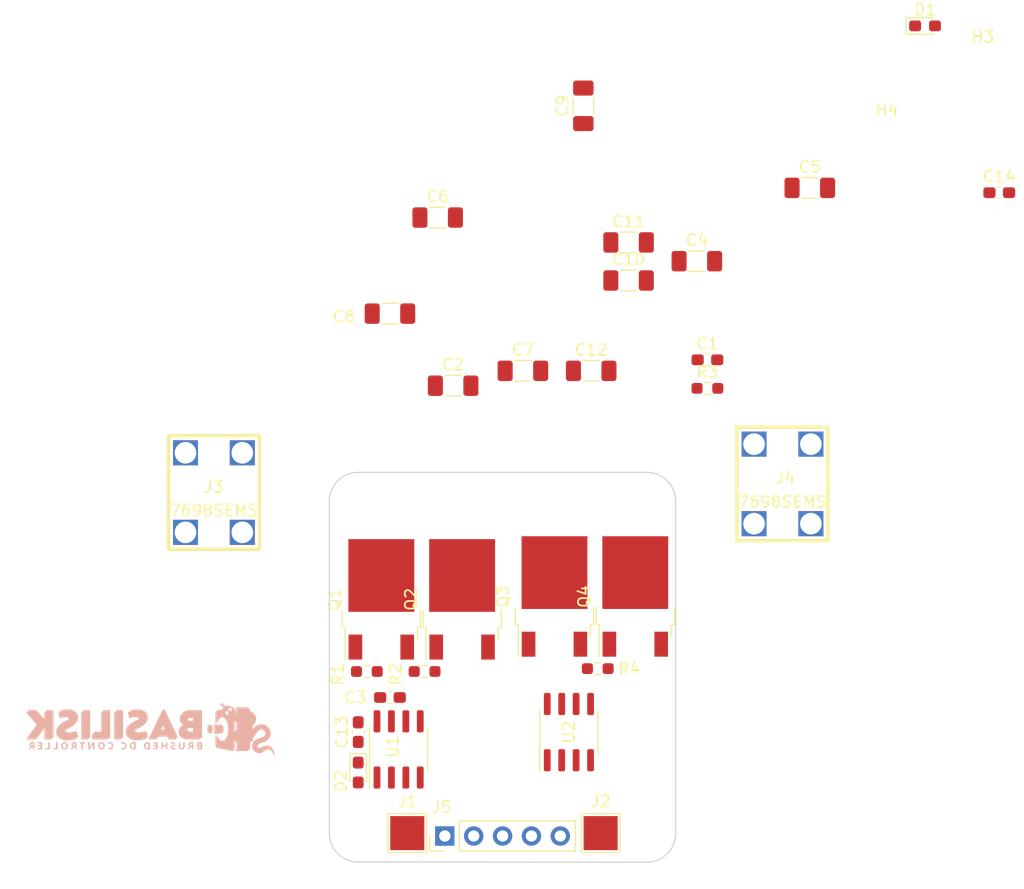
<source format=kicad_pcb>
(kicad_pcb (version 20211014) (generator pcbnew)
  (layers (0 "F.Cu" signal) (1 "In1.Cu" signal) (2 "In2.Cu" signal) (31 "B.Cu" signal) (34 "B.Paste" user) (35 "F.Paste" user) (36 "B.SilkS" user "B.Silkscreen") (37 "F.SilkS" user "F.Silkscreen") (38 "B.Mask" user) (39 "F.Mask" user) (44 "Edge.Cuts" user))
  (net 0 "")
  (net 1 "VBUS")
  (net 2 "GND")
  (net 3 "Net-(C3-Pad1)")
  (net 4 "Net-(C3-Pad2)")
  (net 5 "+5V")
  (net 6 "Net-(C13-Pad1)")
  (net 7 "Net-(C13-Pad2)")
  (net 8 "Net-(Q1-Pad1)")
  (net 9 "Net-(Q2-Pad1)")
  (net 10 "Net-(Q3-Pad1)")
  (net 11 "Net-(Q4-Pad1)")
  (net 12 "Net-(R1-Pad1)")
  (net 13 "Net-(R2-Pad1)")
  (net 14 "Net-(R3-Pad1)")
  (net 15 "Net-(R4-Pad1)")
  (net 16 "PWM_A_HIGH")
  (net 17 "PWM_A_LOW")
  (net 18 "PWM_B_HIGH")
  (net 19 "PWM_B_LOW")
  (footprint "Capacitor_SMD:C_1206_3216Metric_Pad1.33x1.80mm_HandSolder" (layer "F.Cu") (at 164.084 123.444 90)
    (fp_text reference "C9" (at 0 -1.85 90) (layer "F.SilkS"))
    (fp_text value "10uF")
    (pad "1" smd roundrect locked (at -1.5625 0 90) (size 1.325 1.8) (layers "F.Cu" "F.Paste" "F.Mask") (roundrect_rratio 0.188679) (net 1 "VBUS"))
    (pad "2" smd roundrect locked (at 1.5625 0 90) (size 1.325 1.8) (layers "F.Cu" "F.Paste" "F.Mask") (roundrect_rratio 0.188679) (net 2 "GND"))
  )
  (footprint "Package_SO:SOIC-8_3.9x4.9mm_P1.27mm" (layer "F.Cu") (at 147.828 180.086 90)
    (fp_text reference "U1" (at 0.254 -0.508 90) (layer "F.SilkS"))
    (fp_text value "IRS2301S")
    (pad "1" smd roundrect locked (at -2.475 -1.905 90) (size 1.95 0.6) (layers "F.Cu" "F.Paste" "F.Mask") (net 1 "VBUS"))
    (pad "2" smd roundrect locked (at -2.475 -0.635 90) (size 1.95 0.6) (layers "F.Cu" "F.Paste" "F.Mask") (net 16 "PWM_A_HIGH"))
    (pad "3" smd roundrect locked (at -2.475 0.635 90) (size 1.95 0.6) (layers "F.Cu" "F.Paste" "F.Mask") (net 17 "PWM_A_LOW"))
    (pad "4" smd roundrect locked (at -2.475 1.905 90) (size 1.95 0.6) (layers "F.Cu" "F.Paste" "F.Mask") (net 2 "GND"))
    (pad "5" smd roundrect locked (at 2.475 1.905 90) (size 1.95 0.6) (layers "F.Cu" "F.Paste" "F.Mask") (net 13 "Net-(R2-Pad1)"))
    (pad "6" smd roundrect locked (at 2.475 0.635 90) (size 1.95 0.6) (layers "F.Cu" "F.Paste" "F.Mask") (net 4 "Net-(C3-Pad2)"))
    (pad "7" smd roundrect locked (at 2.475 -0.635 90) (size 1.95 0.6) (layers "F.Cu" "F.Paste" "F.Mask") (net 12 "Net-(R1-Pad1)"))
    (pad "8" smd roundrect locked (at 2.475 -1.905 90) (size 1.95 0.6) (layers "F.Cu" "F.Paste" "F.Mask") (net 3 "Net-(C3-Pad1)"))
  )
  (footprint "motor-controller-footprints:7698-SEMS" (layer "F.Cu") (at 179.11 153.218)
    (fp_text reference "J4" (at 2.754 2.992 unlocked) (layer "F.SilkS"))
    (fp_text value "SCREW -")
    (fp_text user "7698SEMS" (at 2.5 5.08 unlocked) (layer "F.SilkS"))
    (pad "1" thru_hole rect (at 0 0) (size 2.2 2.2) (drill 1.9) (layers *.Cu *.Mask) (net 7 "Net-(C13-Pad2)"))
    (pad "1" thru_hole rect (at 5 0) (size 2.2 2.2) (drill 1.9) (layers *.Cu *.Mask) (net 7 "Net-(C13-Pad2)"))
    (pad "1" thru_hole rect (at 5 7) (size 2.2 2.2) (drill 1.9) (layers *.Cu *.Mask) (net 7 "Net-(C13-Pad2)"))
    (pad "1" thru_hole rect (at 0 7) (size 2.2 2.2) (drill 1.9) (layers *.Cu *.Mask) (net 7 "Net-(C13-Pad2)"))
  )
  (footprint "MountingHole:MountingHole_2.1mm" (layer "F.Cu") (at 169.672 187.452)
    (fp_text reference "H2" hide)
    (fp_text value "2mm")
    (pad "" np_thru_hole circle locked (at 0 0) (size 2.1 2.1) (drill 2.1) (layers *.Cu *.Mask))
  )
  (footprint "Capacitor_SMD:C_1206_3216Metric_Pad1.33x1.80mm_HandSolder" (layer "F.Cu") (at 168.066 135.466)
    (fp_text reference "C11" (at 0 -1.85) (layer "F.SilkS"))
    (fp_text value "10uF")
    (pad "1" smd roundrect locked (at -1.5625 0) (size 1.325 1.8) (layers "F.Cu" "F.Paste" "F.Mask") (roundrect_rratio 0.188679) (net 1 "VBUS"))
    (pad "2" smd roundrect locked (at 1.5625 0) (size 1.325 1.8) (layers "F.Cu" "F.Paste" "F.Mask") (roundrect_rratio 0.188679) (net 2 "GND"))
  )
  (footprint "MountingHole:MountingHole_2.1mm" (layer "F.Cu") (at 190.806 127.016)
    (fp_text reference "H4" (at 0 -3.2) (layer "F.SilkS"))
    (fp_text value "2mm")
    (pad "" np_thru_hole circle locked (at 0 0) (size 2.1 2.1) (drill 2.1) (layers *.Cu *.Mask))
  )
  (footprint "Package_TO_SOT_SMD:TO-252-2" (layer "F.Cu") (at 168.656 166.624 90)
    (fp_text reference "Q4" (at 0 -4.5 90) (layer "F.SilkS"))
    (fp_text value "AOD4132")
    (pad "1" smd rect locked (at -4.2 -2.28 90) (size 2.2 1.2) (layers "F.Cu" "F.Paste" "F.Mask") (net 11 "Net-(Q4-Pad1)"))
    (pad "2" smd rect locked (at 2.1 0 90) (size 6.4 5.8) (layers "F.Cu" "F.Mask") (net 7 "Net-(C13-Pad2)"))
    (pad "3" smd rect locked (at -4.2 2.28 90) (size 2.2 1.2) (layers "F.Cu" "F.Paste" "F.Mask") (net 2 "GND"))
  )
  (footprint "TestPoint:TestPoint_Pad_3.0x3.0mm" (layer "F.Cu") (at 148.59 187.452)
    (fp_text reference "J1" (at 0 -2.794) (layer "F.SilkS"))
    (fp_text value "PASSTHROUGH_+")
    (pad "1" smd rect locked (at 0 0) (size 3 3) (layers "F.Cu" "F.Mask") (net 1 "VBUS"))
  )
  (footprint "Capacitor_SMD:C_1206_3216Metric_Pad1.33x1.80mm_HandSolder" (layer "F.Cu") (at 184.016 130.666)
    (fp_text reference "C5" (at 0 -1.85) (layer "F.SilkS"))
    (fp_text value "10uF")
    (pad "1" smd roundrect locked (at -1.5625 0) (size 1.325 1.8) (layers "F.Cu" "F.Paste" "F.Mask") (roundrect_rratio 0.188679) (net 1 "VBUS"))
    (pad "2" smd roundrect locked (at 1.5625 0) (size 1.325 1.8) (layers "F.Cu" "F.Paste" "F.Mask") (roundrect_rratio 0.188679) (net 2 "GND"))
  )
  (footprint "Connector_PinHeader_2.54mm:PinHeader_1x05_P2.54mm_Vertical" (layer "F.Cu") (at 151.897 187.706 90)
    (fp_text reference "J5" (at 2.54 -0.259 180) (layer "F.SilkS"))
    (fp_text value "Conn_01x05")
    (pad "1" thru_hole rect locked (at 0 0 90) (size 1.7 1.7) (drill 1) (layers *.Cu *.Mask) (net 5 "+5V"))
    (pad "2" thru_hole oval locked (at 0 2.54 90) (size 1.7 1.7) (drill 1) (layers *.Cu *.Mask) (net 16 "PWM_A_HIGH"))
    (pad "3" thru_hole oval locked (at 0 5.08 90) (size 1.7 1.7) (drill 1) (layers *.Cu *.Mask) (net 17 "PWM_A_LOW"))
    (pad "4" thru_hole oval locked (at 0 7.62 90) (size 1.7 1.7) (drill 1) (layers *.Cu *.Mask) (net 18 "PWM_B_HIGH"))
    (pad "5" thru_hole oval locked (at 0 10.16 90) (size 1.7 1.7) (drill 1) (layers *.Cu *.Mask) (net 19 "PWM_B_LOW"))
  )
  (footprint "Resistor_SMD:R_0603_1608Metric_Pad0.98x0.95mm_HandSolder" (layer "F.Cu") (at 145.034 173.228 180)
    (fp_text reference "R1" (at 2.54 -0.254 270) (layer "F.SilkS"))
    (fp_text value "4.7")
    (pad "1" smd roundrect locked (at -0.9125 0 180) (size 0.975 0.95) (layers "F.Cu" "F.Paste" "F.Mask") (net 12 "Net-(R1-Pad1)"))
    (pad "2" smd roundrect locked (at 0.9125 0 180) (size 0.975 0.95) (layers "F.Cu" "F.Paste" "F.Mask") (net 8 "Net-(Q1-Pad1)"))
  )
  (footprint "Diode_SMD:D_0603_1608Metric_Pad1.05x0.95mm_HandSolder" (layer "F.Cu") (at 144.272 182.118 -90)
    (fp_text reference "D2" (at 0.762 1.524 90) (layer "F.SilkS"))
    (fp_text value "PMEG3005AESFYL")
    (pad "1" smd roundrect locked (at -0.875 0 270) (size 1.05 0.95) (layers "F.Cu" "F.Paste" "F.Mask") (net 6 "Net-(C13-Pad1)"))
    (pad "2" smd roundrect locked (at 0.875 0 270) (size 1.05 0.95) (layers "F.Cu" "F.Paste" "F.Mask") (net 1 "VBUS"))
  )
  (footprint "Capacitor_SMD:C_1206_3216Metric_Pad1.33x1.80mm_HandSolder" (layer "F.Cu") (at 168.066 138.816)
    (fp_text reference "C10" (at 0 -1.85) (layer "F.SilkS"))
    (fp_text value "10uF")
    (pad "1" smd roundrect locked (at -1.5625 0) (size 1.325 1.8) (layers "F.Cu" "F.Paste" "F.Mask") (roundrect_rratio 0.188679) (net 1 "VBUS"))
    (pad "2" smd roundrect locked (at 1.5625 0) (size 1.325 1.8) (layers "F.Cu" "F.Paste" "F.Mask") (roundrect_rratio 0.188679) (net 2 "GND"))
  )
  (footprint "Capacitor_SMD:C_1206_3216Metric_Pad1.33x1.80mm_HandSolder" (layer "F.Cu") (at 158.766 146.766)
    (fp_text reference "C7" (at 0 -1.85) (layer "F.SilkS"))
    (fp_text value "10uF")
    (pad "1" smd roundrect locked (at -1.5625 0) (size 1.325 1.8) (layers "F.Cu" "F.Paste" "F.Mask") (roundrect_rratio 0.188679) (net 1 "VBUS"))
    (pad "2" smd roundrect locked (at 1.5625 0) (size 1.325 1.8) (layers "F.Cu" "F.Paste" "F.Mask") (roundrect_rratio 0.188679) (net 2 "GND"))
  )
  (footprint "MountingHole:MountingHole_2.1mm" (layer "F.Cu") (at 199.256 120.566)
    (fp_text reference "H3" (at 0 -3.2) (layer "F.SilkS"))
    (fp_text value "2mm")
    (pad "" np_thru_hole circle locked (at 0 0) (size 2.1 2.1) (drill 2.1) (layers *.Cu *.Mask))
  )
  (footprint "Capacitor_SMD:C_1206_3216Metric_Pad1.33x1.80mm_HandSolder" (layer "F.Cu") (at 152.626 148.076)
    (fp_text reference "C2" (at 0 -1.85) (layer "F.SilkS"))
    (fp_text value "10uF")
    (pad "1" smd roundrect locked (at -1.5625 0) (size 1.325 1.8) (layers "F.Cu" "F.Paste" "F.Mask") (roundrect_rratio 0.188679) (net 1 "VBUS"))
    (pad "2" smd roundrect locked (at 1.5625 0) (size 1.325 1.8) (layers "F.Cu" "F.Paste" "F.Mask") (roundrect_rratio 0.188679) (net 2 "GND"))
  )
  (footprint "Capacitor_SMD:C_1206_3216Metric_Pad1.33x1.80mm_HandSolder" (layer "F.Cu") (at 164.776 146.766)
    (fp_text reference "C12" (at 0 -1.85) (layer "F.SilkS"))
    (fp_text value "10uF")
    (pad "1" smd roundrect locked (at -1.5625 0) (size 1.325 1.8) (layers "F.Cu" "F.Paste" "F.Mask") (roundrect_rratio 0.188679) (net 1 "VBUS"))
    (pad "2" smd roundrect locked (at 1.5625 0) (size 1.325 1.8) (layers "F.Cu" "F.Paste" "F.Mask") (roundrect_rratio 0.188679) (net 2 "GND"))
  )
  (footprint "Package_TO_SOT_SMD:TO-252-2" (layer "F.Cu") (at 161.544 166.624 90)
    (fp_text reference "Q3" (at 0 -4.5 90) (layer "F.SilkS"))
    (fp_text value "AOD4132")
    (pad "1" smd rect locked (at -4.2 -2.28 90) (size 2.2 1.2) (layers "F.Cu" "F.Paste" "F.Mask") (net 10 "Net-(Q3-Pad1)"))
    (pad "2" smd rect locked (at 2.1 0 90) (size 6.4 5.8) (layers "F.Cu" "F.Mask") (net 1 "VBUS"))
    (pad "3" smd rect locked (at -4.2 2.28 90) (size 2.2 1.2) (layers "F.Cu" "F.Paste" "F.Mask") (net 7 "Net-(C13-Pad2)"))
  )
  (footprint "Capacitor_SMD:C_0603_1608Metric_Pad1.08x0.95mm_HandSolder" (layer "F.Cu") (at 175.006 145.796)
    (fp_text reference "C1" (at 0 -1.43) (layer "F.SilkS"))
    (fp_text value "0.1uF")
    (pad "1" smd roundrect locked (at -0.8625 0) (size 1.075 0.95) (layers "F.Cu" "F.Paste" "F.Mask") (net 1 "VBUS"))
    (pad "2" smd roundrect locked (at 0.8625 0) (size 1.075 0.95) (layers "F.Cu" "F.Paste" "F.Mask") (net 2 "GND"))
  )
  (footprint "Capacitor_SMD:C_0603_1608Metric_Pad1.08x0.95mm_HandSolder" (layer "F.Cu") (at 147.066 175.514)
    (fp_text reference "C3" (at -3.048 0) (layer "F.SilkS"))
    (fp_text value "0.1uF")
    (pad "1" smd roundrect locked (at -0.8625 0) (size 1.075 0.95) (layers "F.Cu" "F.Paste" "F.Mask") (net 3 "Net-(C3-Pad1)"))
    (pad "2" smd roundrect locked (at 0.8625 0) (size 1.075 0.95) (layers "F.Cu" "F.Paste" "F.Mask") (net 4 "Net-(C3-Pad2)"))
  )
  (footprint "Diode_SMD:D_0603_1608Metric_Pad1.05x0.95mm_HandSolder" (layer "F.Cu") (at 194.156926 116.408749)
    (fp_text reference "D1" (at 0 -1.43) (layer "F.SilkS"))
    (fp_text value "PMEG3005AESFYL")
    (pad "1" smd roundrect locked (at -0.875 0) (size 1.05 0.95) (layers "F.Cu" "F.Paste" "F.Mask") (net 3 "Net-(C3-Pad1)"))
    (pad "2" smd roundrect locked (at 0.875 0) (size 1.05 0.95) (layers "F.Cu" "F.Paste" "F.Mask") (net 1 "VBUS"))
  )
  (footprint "Capacitor_SMD:C_0603_1608Metric_Pad1.08x0.95mm_HandSolder" (layer "F.Cu") (at 200.687788 131.088129)
    (fp_text reference "C14" (at 0 -1.43) (layer "F.SilkS"))
    (fp_text value "0.1uF")
    (pad "1" smd roundrect locked (at -0.8625 0) (size 1.075 0.95) (layers "F.Cu" "F.Paste" "F.Mask") (net 1 "VBUS"))
    (pad "2" smd roundrect locked (at 0.8625 0) (size 1.075 0.95) (layers "F.Cu" "F.Paste" "F.Mask") (net 2 "GND"))
  )
  (footprint "Capacitor_SMD:C_1206_3216Metric_Pad1.33x1.80mm_HandSolder" (layer "F.Cu") (at 147.066 141.732)
    (fp_text reference "C8" (at -4.064 0.254) (layer "F.SilkS"))
    (fp_text value "10uF")
    (pad "1" smd roundrect locked (at -1.5625 0) (size 1.325 1.8) (layers "F.Cu" "F.Paste" "F.Mask") (roundrect_rratio 0.188679) (net 1 "VBUS"))
    (pad "2" smd roundrect locked (at 1.5625 0) (size 1.325 1.8) (layers "F.Cu" "F.Paste" "F.Mask") (roundrect_rratio 0.188679) (net 2 "GND"))
  )
  (footprint "MountingHole:MountingHole_2.1mm" (layer "F.Cu") (at 144.272 187.452)
    (fp_text reference "H1" hide)
    (fp_text value "2mm")
    (pad "" np_thru_hole circle locked (at 0 0) (size 2.1 2.1) (drill 2.1) (layers *.Cu *.Mask))
  )
  (footprint "Package_SO:SOIC-8_3.9x4.9mm_P1.27mm" (layer "F.Cu") (at 162.814 178.562 90)
    (fp_text reference "U2" (at 0 0 90) (layer "F.SilkS"))
    (fp_text value "IRS2301S")
    (pad "1" smd roundrect locked (at -2.475 -1.905 90) (size 1.95 0.6) (layers "F.Cu" "F.Paste" "F.Mask") (net 1 "VBUS"))
    (pad "2" smd roundrect locked (at -2.475 -0.635 90) (size 1.95 0.6) (layers "F.Cu" "F.Paste" "F.Mask") (net 18 "PWM_B_HIGH"))
    (pad "3" smd roundrect locked (at -2.475 0.635 90) (size 1.95 0.6) (layers "F.Cu" "F.Paste" "F.Mask") (net 19 "PWM_B_LOW"))
    (pad "4" smd roundrect locked (at -2.475 1.905 90) (size 1.95 0.6) (layers "F.Cu" "F.Paste" "F.Mask") (net 2 "GND"))
    (pad "5" smd roundrect locked (at 2.475 1.905 90) (size 1.95 0.6) (layers "F.Cu" "F.Paste" "F.Mask") (net 15 "Net-(R4-Pad1)"))
    (pad "6" smd roundrect locked (at 2.475 0.635 90) (size 1.95 0.6) (layers "F.Cu" "F.Paste" "F.Mask") (net 7 "Net-(C13-Pad2)"))
    (pad "7" smd roundrect locked (at 2.475 -0.635 90) (size 1.95 0.6) (layers "F.Cu" "F.Paste" "F.Mask") (net 14 "Net-(R3-Pad1)"))
    (pad "8" smd roundrect locked (at 2.475 -1.905 90) (size 1.95 0.6) (layers "F.Cu" "F.Paste" "F.Mask") (net 6 "Net-(C13-Pad1)"))
  )
  (footprint "Package_TO_SOT_SMD:TO-252-2" (layer "F.Cu") (at 146.304 166.878 90)
    (fp_text reference "Q1" (at 0 -4.064 90) (layer "F.SilkS"))
    (fp_text value "AOD4132")
    (pad "1" smd rect locked (at -4.2 -2.28 90) (size 2.2 1.2) (layers "F.Cu" "F.Paste" "F.Mask") (net 8 "Net-(Q1-Pad1)"))
    (pad "2" smd rect locked (at 2.1 0 90) (size 6.4 5.8) (layers "F.Cu" "F.Mask") (net 1 "VBUS"))
    (pad "3" smd rect locked (at -4.2 2.28 90) (size 2.2 1.2) (layers "F.Cu" "F.Paste" "F.Mask") (net 4 "Net-(C3-Pad2)"))
  )
  (footprint "Resistor_SMD:R_0603_1608Metric_Pad0.98x0.95mm_HandSolder" (layer "F.Cu") (at 175.006 148.306)
    (fp_text reference "R3" (at 0 -1.43) (layer "F.SilkS"))
    (fp_text value "4.7")
    (pad "1" smd roundrect locked (at -0.9125 0) (size 0.975 0.95) (layers "F.Cu" "F.Paste" "F.Mask") (net 14 "Net-(R3-Pad1)"))
    (pad "2" smd roundrect locked (at 0.9125 0) (size 0.975 0.95) (layers "F.Cu" "F.Paste" "F.Mask") (net 10 "Net-(Q3-Pad1)"))
  )
  (footprint "Capacitor_SMD:C_0603_1608Metric_Pad1.08x0.95mm_HandSolder" (layer "F.Cu") (at 144.272 178.562 90)
    (fp_text reference "C13" (at 0 -1.43 90) (layer "F.SilkS"))
    (fp_text value "0.1uF")
    (pad "1" smd roundrect locked (at -0.8625 0 90) (size 1.075 0.95) (layers "F.Cu" "F.Paste" "F.Mask") (net 6 "Net-(C13-Pad1)"))
    (pad "2" smd roundrect locked (at 0.8625 0 90) (size 1.075 0.95) (layers "F.Cu" "F.Paste" "F.Mask") (net 7 "Net-(C13-Pad2)"))
  )
  (footprint "Package_TO_SOT_SMD:TO-252-2" (layer "F.Cu") (at 153.416 166.878 90)
    (fp_text reference "Q2" (at 0 -4.5 90) (layer "F.SilkS"))
    (fp_text value "AOD4132")
    (pad "1" smd rect locked (at -4.2 -2.28 90) (size 2.2 1.2) (layers "F.Cu" "F.Paste" "F.Mask") (net 9 "Net-(Q2-Pad1)"))
    (pad "2" smd rect locked (at 2.1 0 90) (size 6.4 5.8) (layers "F.Cu" "F.Mask") (net 4 "Net-(C3-Pad2)"))
    (pad "3" smd rect locked (at -4.2 2.28 90) (size 2.2 1.2) (layers "F.Cu" "F.Paste" "F.Mask") (net 2 "GND"))
  )
  (footprint "Capacitor_SMD:C_1206_3216Metric_Pad1.33x1.80mm_HandSolder" (layer "F.Cu") (at 174.076 137.116)
    (fp_text reference "C4" (at 0 -1.85) (layer "F.SilkS"))
    (fp_text value "10uF")
    (pad "1" smd roundrect locked (at -1.5625 0) (size 1.325 1.8) (layers "F.Cu" "F.Paste" "F.Mask") (roundrect_rratio 0.188679) (net 1 "VBUS"))
    (pad "2" smd roundrect locked (at 1.5625 0) (size 1.325 1.8) (layers "F.Cu" "F.Paste" "F.Mask") (roundrect_rratio 0.188679) (net 2 "GND"))
  )
  (footprint "Capacitor_SMD:C_1206_3216Metric_Pad1.33x1.80mm_HandSolder" (layer "F.Cu") (at 151.266 133.276)
    (fp_text reference "C6" (at 0 -1.85) (layer "F.SilkS"))
    (fp_text value "10uF")
    (pad "1" smd roundrect locked (at -1.5625 0) (size 1.325 1.8) (layers "F.Cu" "F.Paste" "F.Mask") (roundrect_rratio 0.188679) (net 1 "VBUS"))
    (pad "2" smd roundrect locked (at 1.5625 0) (size 1.325 1.8) (layers "F.Cu" "F.Paste" "F.Mask") (roundrect_rratio 0.188679) (net 2 "GND"))
  )
  (footprint "Resistor_SMD:R_0603_1608Metric_Pad0.98x0.95mm_HandSolder" (layer "F.Cu") (at 150.114 173.228)
    (fp_text reference "R2" (at -2.54 0.254 270) (layer "F.SilkS"))
    (fp_text value "4.7")
    (pad "1" smd roundrect locked (at -0.9125 0) (size 0.975 0.95) (layers "F.Cu" "F.Paste" "F.Mask") (net 13 "Net-(R2-Pad1)"))
    (pad "2" smd roundrect locked (at 0.9125 0) (size 0.975 0.95) (layers "F.Cu" "F.Paste" "F.Mask") (net 9 "Net-(Q2-Pad1)"))
  )
  (footprint "motor-controller-footprints:7698-SEMS" (layer "F.Cu") (at 129.072 153.98)
    (fp_text reference "J3" (at 2.5 2.992 unlocked) (layer "F.SilkS"))
    (fp_text value "SCREW +")
    (fp_text user "7698SEMS" (at 2.5 5.08 unlocked) (layer "F.SilkS"))
    (pad "1" thru_hole rect (at 0 0) (size 2.2 2.2) (drill 1.9) (layers *.Cu *.Mask) (net 4 "Net-(C3-Pad2)"))
    (pad "1" thru_hole rect (at 0 7) (size 2.2 2.2) (drill 1.9) (layers *.Cu *.Mask) (net 4 "Net-(C3-Pad2)"))
    (pad "1" thru_hole rect (at 5 7) (size 2.2 2.2) (drill 1.9) (layers *.Cu *.Mask) (net 4 "Net-(C3-Pad2)"))
    (pad "1" thru_hole rect (at 5 0) (size 2.2 2.2) (drill 1.9) (layers *.Cu *.Mask) (net 4 "Net-(C3-Pad2)"))
  )
  (footprint "TestPoint:TestPoint_Pad_3.0x3.0mm" (layer "F.Cu") (at 165.608 187.452)
    (fp_text reference "J2" (at 0 -2.794) (layer "F.SilkS"))
    (fp_text value "PASSTHROUGH_-")
    (pad "1" smd rect locked (at 0 0) (size 3 3) (layers "F.Cu" "F.Mask") (net 2 "GND"))
  )
  (footprint "Resistor_SMD:R_0603_1608Metric_Pad0.98x0.95mm_HandSolder" (layer "F.Cu") (at 165.354 172.974)
    (fp_text reference "R4" (at 2.794 0) (layer "F.SilkS"))
    (fp_text value "4.7")
    (pad "1" smd roundrect locked (at -0.9125 0) (size 0.975 0.95) (layers "F.Cu" "F.Paste" "F.Mask") (net 15 "Net-(R4-Pad1)"))
    (pad "2" smd roundrect locked (at 0.9125 0) (size 0.975 0.95) (layers "F.Cu" "F.Paste" "F.Mask") (net 11 "Net-(Q4-Pad1)"))
  )
  (footprint "motor-controller-footprints:basiliskLogo" (layer "B.Cu") (at 125.475323 178.068791 180)
    (fp_text reference "H5" hide)
    (fp_text value "Logo" hide)
  )
  (gr_arc (start 169.672 155.702) (mid 171.468051 156.445949) (end 172.212 158.242) (layer "Edge.Cuts") (width 0.1))
  (gr_line (start 144.272 189.992) (end 169.672 190.010051) (layer "Edge.Cuts") (width 0.1))
  (gr_arc (start 141.732 158.242) (mid 142.475949 156.445949) (end 144.272 155.702) (layer "Edge.Cuts") (width 0.1))
  (gr_line (start 172.212 187.452) (end 172.212 158.242) (layer "Edge.Cuts") (width 0.1))
  (gr_arc (start 172.212 187.470051) (mid 171.468051 189.266102) (end 169.672 190.010051) (layer "Edge.Cuts") (width 0.1))
  (gr_line (start 141.732 158.242) (end 141.732 187.452) (layer "Edge.Cuts") (width 0.1))
  (gr_line (start 169.672 155.702) (end 144.272 155.702) (layer "Edge.Cuts") (width 0.1))
  (gr_arc (start 144.272 189.992) (mid 142.475949 189.248051) (end 141.732 187.452) (layer "Edge.Cuts") (width 0.1))
)
</source>
